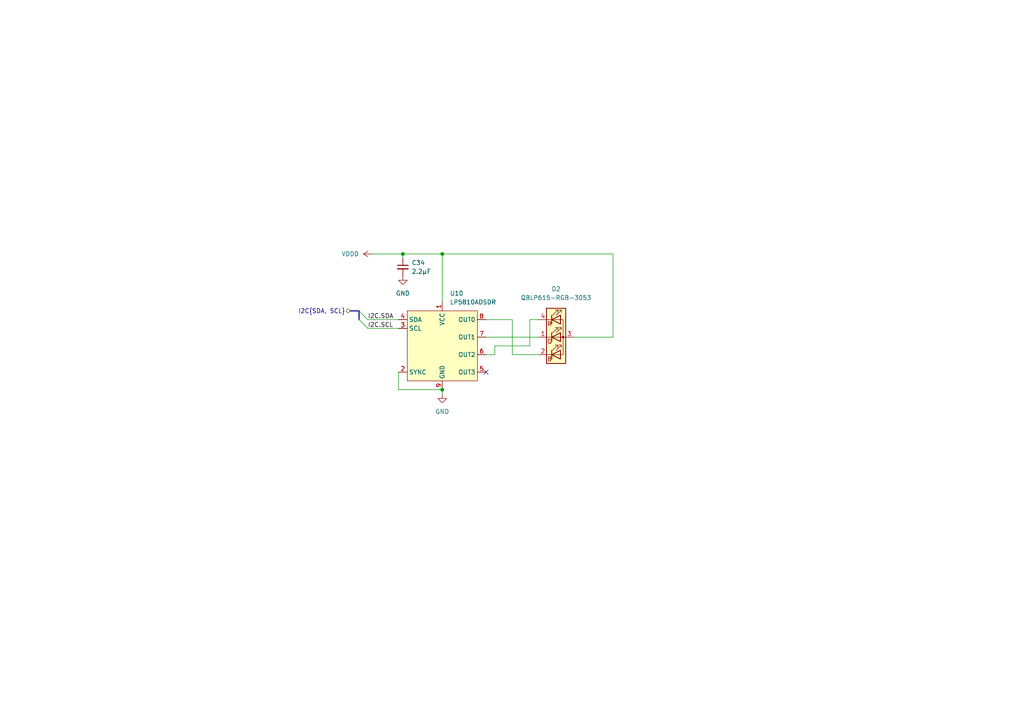
<source format=kicad_sch>
(kicad_sch (version 20250114) (generator "eeschema") (generator_version "9.0")
  (paper "A4")
  (title_block (title "RGB LED"))
  (lib_symbols
    (symbol "Device:C_Small" (pin_numbers (hide yes)) (pin_names (offset 0.254) (hide yes))
      (property "Reference" "C" (at 0.254 1.778 0))
      (property "Value" "C_Small" (at 0.254 -2.032 0))
      (symbol "C_Small_0_1"
        (polyline (pts (xy -1.524 0.508) (xy 1.524 0.508)) (stroke (width 0.3048)))
        (polyline (pts (xy -1.524 -0.508) (xy 1.524 -0.508)) (stroke (width 0.3302)))
      )
      (symbol "C_Small_1_1"
        (pin passive line (at 0 2.54 270) (length 2.032) (name "~") (number "1"))
        (pin passive line (at 0 -2.54 90) (length 2.032) (name "~") (number "2"))
      )
    )
    (symbol "Device:LED_GBAR" (pin_names (offset 0) (hide yes))
      (property "Reference" "D" (at 0 9.398 0))
      (property "Value" "LED_GBAR" (at 0 -8.89 0))
      (symbol "LED_GBAR_0_0"
        (text "R" (at -1.905 3.81 0) (effects (font (size 1.27 1.27))))
        (text "G" (at -1.905 -1.27 0) (effects (font (size 1.27 1.27))))
        (text "B" (at -1.905 -6.35 0) (effects (font (size 1.27 1.27))))
      )
      (symbol "LED_GBAR_0_1"
        (polyline (pts (xy -1.27 6.35) (xy -1.27 3.81)) (stroke (width 0.254)))
        (polyline (pts (xy -1.27 6.35) (xy -1.27 3.81) (xy -1.27 3.81)))
        (polyline (pts (xy -1.27 5.08) (xy -2.54 5.08)))
        (polyline (pts (xy -1.27 5.08) (xy 1.27 5.08)))
        (polyline (pts (xy -1.27 1.27) (xy -1.27 -1.27)) (stroke (width 0.254)))
        (polyline (pts (xy -1.27 1.27) (xy -1.27 -1.27) (xy -1.27 -1.27)))
        (polyline (pts (xy -1.27 0) (xy -2.54 0)))
        (polyline (pts (xy -1.27 -3.81) (xy -1.27 -6.35)) (stroke (width 0.254)))
        (polyline (pts (xy -1.27 -5.08) (xy -2.54 -5.08)))
        (polyline (pts (xy -1.27 -5.08) (xy 1.27 -5.08)))
        (polyline (pts (xy -1.016 6.35) (xy 0.508 7.874) (xy -0.254 7.874) (xy 0.508 7.874) (xy 0.508 7.112)))
        (polyline (pts (xy -1.016 1.27) (xy 0.508 2.794) (xy -0.254 2.794) (xy 0.508 2.794) (xy 0.508 2.032)))
        (polyline (pts (xy -1.016 -3.81) (xy 0.508 -2.286) (xy -0.254 -2.286) (xy 0.508 -2.286) (xy 0.508 -3.048)))
        (polyline (pts (xy 0 6.35) (xy 1.524 7.874) (xy 0.762 7.874) (xy 1.524 7.874) (xy 1.524 7.112)))
        (polyline (pts (xy 0 1.27) (xy 1.524 2.794) (xy 0.762 2.794) (xy 1.524 2.794) (xy 1.524 2.032)))
        (polyline (pts (xy 0 -3.81) (xy 1.524 -2.286) (xy 0.762 -2.286) (xy 1.524 -2.286) (xy 1.524 -3.048)))
        (polyline (pts (xy 1.27 6.35) (xy 1.27 3.81) (xy -1.27 5.08) (xy 1.27 6.35)) (stroke (width 0.254)))
        (rectangle (start 1.27 6.35) (end 1.27 6.35))
        (rectangle (start 1.27 3.81) (end 1.27 6.35))
        (polyline (pts (xy 1.27 1.27) (xy 1.27 -1.27) (xy -1.27 0) (xy 1.27 1.27)) (stroke (width 0.254)))
        (rectangle (start 1.27 1.27) (end 1.27 1.27))
        (polyline (pts (xy 1.27 0) (xy -1.27 0)))
        (polyline (pts (xy 1.27 0) (xy 2.54 0)))
        (rectangle (start 1.27 -1.27) (end 1.27 1.27))
        (polyline (pts (xy 1.27 -3.81) (xy 1.27 -6.35) (xy -1.27 -5.08) (xy 1.27 -3.81)) (stroke (width 0.254)))
        (polyline (pts (xy 1.27 -5.08) (xy 2.032 -5.08) (xy 2.032 5.08) (xy 1.27 5.08)))
        (circle (center 2.032 0) (radius 0.254) (fill (type outline)))
        (rectangle (start 2.794 8.382) (end -2.794 -7.62) (stroke (width 0.254)) (fill (type background)))
      )
      (symbol "LED_GBAR_1_1"
        (pin passive line (at -5.08 5.08 0) (length 2.54) (name "RK") (number "4"))
        (pin passive line (at -5.08 0 0) (length 2.54) (name "GK") (number "1"))
        (pin passive line (at -5.08 -5.08 0) (length 2.54) (name "BK") (number "2"))
        (pin passive line (at 5.08 0 180) (length 2.54) (name "A") (number "3"))
      )
    )
    (symbol "power:GND" (power) (pin_numbers (hide yes)) (pin_names (offset 0) (hide yes))
      (property "Value" "GND" (at 0 -3.81 0))
      (symbol "GND_0_1"
        (polyline (pts (xy 0 0) (xy 0 -1.27) (xy 1.27 -1.27) (xy 0 -2.54) (xy -1.27 -1.27) (xy 0 -1.27)))
      )
      (symbol "GND_1_1"
        (pin power_in line (at 0 0 270) (length 0) (name "~") (number "1"))
      )
    )
    (symbol "power:VCC" (power) (pin_numbers (hide yes)) (pin_names (offset 0) (hide yes))
      (property "Value" "VCC" (at 0 3.556 0))
      (symbol "VCC_0_1"
        (polyline (pts (xy -0.762 1.27) (xy 0 2.54)))
        (polyline (pts (xy 0 2.54) (xy 0.762 1.27)))
        (polyline (pts (xy 0 0) (xy 0 2.54)))
      )
      (symbol "VCC_1_1"
        (pin power_in line (at 0 0 90) (length 0) (name "~") (number "1"))
      )
    )
    (symbol "zeus-le:LP5810xDSDR"
      (property "Reference" "U" (at -9.398 11.176 0))
      (property "Value" "LP5810xDSDR" (at 0 0 0))
      (symbol "LP5810xDSDR_1_1"
        (rectangle (start -10.16 10.16) (end 10.16 -10.16) (fill (type background)))
        (pin bidirectional line (at -12.7 7.62 0) (length 2.54) (name "SDA") (number "4"))
        (pin input line (at -12.7 5.08 0) (length 2.54) (name "SCL") (number "3"))
        (pin bidirectional line (at -12.7 -7.62 0) (length 2.54) (name "SYNC") (number "2"))
        (pin power_in line (at 0 12.7 270) (length 2.54) (name "VCC") (number "1"))
        (pin power_in line (at 0 -12.7 90) (length 2.54) (name "GND") (number "9"))
        (pin output line (at 12.7 7.62 180) (length 2.54) (name "OUT0") (number "8"))
        (pin output line (at 12.7 2.54 180) (length 2.54) (name "OUT1") (number "7"))
        (pin output line (at 12.7 -2.54 180) (length 2.54) (name "OUT2") (number "6"))
        (pin output line (at 12.7 -7.62 180) (length 2.54) (name "OUT3") (number "5"))
      )
    )
  )
  (junction (at 128.27 113.03))
  (junction (at 116.84 73.66))
  (junction (at 128.27 73.66))
  (no_connect (at 140.97 107.95))
  (bus_entry (at 104.14 90.17) (size 2.54 2.54))
  (bus_entry (at 104.14 92.71) (size 2.54 2.54))
  (wire (pts (xy 128.27 114.3) (xy 128.27 113.03)))
  (wire (pts (xy 116.84 74.93) (xy 116.84 73.66)))
  (wire (pts (xy 177.8 97.79) (xy 166.37 97.79)))
  (wire (pts (xy 128.27 73.66) (xy 128.27 87.63)))
  (wire (pts (xy 143.51 102.87) (xy 140.97 102.87)))
  (wire (pts (xy 153.67 92.71) (xy 156.21 92.71)))
  (wire (pts (xy 143.51 100.33) (xy 153.67 100.33)))
  (wire (pts (xy 106.68 92.71) (xy 115.57 92.71)))
  (wire (pts (xy 115.57 113.03) (xy 115.57 107.95)))
  (wire (pts (xy 128.27 113.03) (xy 115.57 113.03)))
  (wire (pts (xy 140.97 92.71) (xy 148.59 92.71)))
  (wire (pts (xy 177.8 73.66) (xy 177.8 97.79)))
  (bus (pts (xy 101.6 90.17) (xy 104.14 90.17)))
  (wire (pts (xy 148.59 92.71) (xy 148.59 102.87)))
  (wire (pts (xy 153.67 100.33) (xy 153.67 92.71)))
  (wire (pts (xy 128.27 73.66) (xy 177.8 73.66)))
  (wire (pts (xy 106.68 95.25) (xy 115.57 95.25)))
  (bus (pts (xy 104.14 92.71) (xy 104.14 90.17)))
  (wire (pts (xy 143.51 102.87) (xy 143.51 100.33)))
  (wire (pts (xy 140.97 97.79) (xy 156.21 97.79)))
  (wire (pts (xy 107.95 73.66) (xy 116.84 73.66)))
  (wire (pts (xy 148.59 102.87) (xy 156.21 102.87)))
  (wire (pts (xy 116.84 73.66) (xy 128.27 73.66)))
  (label "I2C.SDA" (at 106.68 92.71 0))
  (label "I2C.SCL" (at 106.68 95.25 0))
  (hierarchical_label "I2C{SDA, SCL}" (shape bidirectional) (at 101.6 90.17 180))
  (symbol (lib_id "Device:LED_GBAR") (at 161.29 97.79 0) (unit 1)
    (property "Reference" "D2" (at 161.29 83.82 0))
    (property "Value" "QBLP615-RGB-3053" (at 161.29 86.36 0))
    (property "Footprint" "zeus-le:LED_QBLP615-RGB-3053" (effects (hide yes)))
    (property "Description" "RGB LED, green/blue/anode/red" (effects (hide yes)))
    (property "manf#" "QBLP615-RGB-3053" (effects (hide yes)))
  )
  (symbol (lib_id "zeus-le:LP5810xDSDR") (at 128.27 100.33 0) (unit 1)
    (property "Reference" "U10" (at 130.4641 85.09 0) (effects (justify left)))
    (property "Value" "LP5810ADSDR" (at 130.4641 87.63 0) (effects (justify left)))
    (property "Footprint" "zeus-le:WSON-8-1EP_3x3mm_P0.65mm_EP1.65x2.4mm_ThermalVias" (effects (hide yes)))
    (property "Datasheet" "https://www.ti.com/lit/ds/symlink/lp5810.pdf" (effects (hide yes)))
    (property "Description" "4-Channel RGBW LED Driver with Autonomous Control" (effects (hide yes)))
    (property "manf#" "LP5810ADSDR" (effects (hide yes)))
  )
  (symbol (lib_id "power:VCC") (at 107.95 73.66 90) (mirror x) (unit 1)
    (property "Reference" "#PWR083" (effects (hide yes)))
    (property "Value" "VDDD" (at 104.14 73.6599 90) (effects (justify left)))
    (property "Description" "Digital supply, 3.4V" (effects (hide yes)))
  )
  (symbol (lib_id "power:GND") (at 116.84 80.01 0) (unit 1)
    (property "Reference" "#PWR084" (effects (hide yes)))
    (property "Value" "GND" (at 116.84 85.09 0))
    (property "Description" "Power symbol creates a global label with name \"GND\" , ground" (effects (hide yes)))
  )
  (symbol (lib_id "power:GND") (at 128.27 114.3 0) (unit 1)
    (property "Reference" "#PWR085" (effects (hide yes)))
    (property "Value" "GND" (at 128.27 119.38 0))
    (property "Description" "Power symbol creates a global label with name \"GND\" , ground" (effects (hide yes)))
  )
  (symbol (lib_id "Device:C_Small") (at 116.84 77.47 0) (unit 1)
    (property "Reference" "C34" (at 119.38 76.2062 0) (effects (justify left)))
    (property "Value" "2.2µF" (at 119.38 78.7462 0) (effects (justify left)))
    (property "Footprint" "zeus-le:C_0402_1005Metric_Silkscreen_Clearance" (effects (hide yes)))
    (property "Description" "Capacitor, decoupling, 10V, X5R" (effects (hide yes)))
    (property "manf#" "GRM155R61A225ME01D" (effects (hide yes)))
  )
)
</source>
